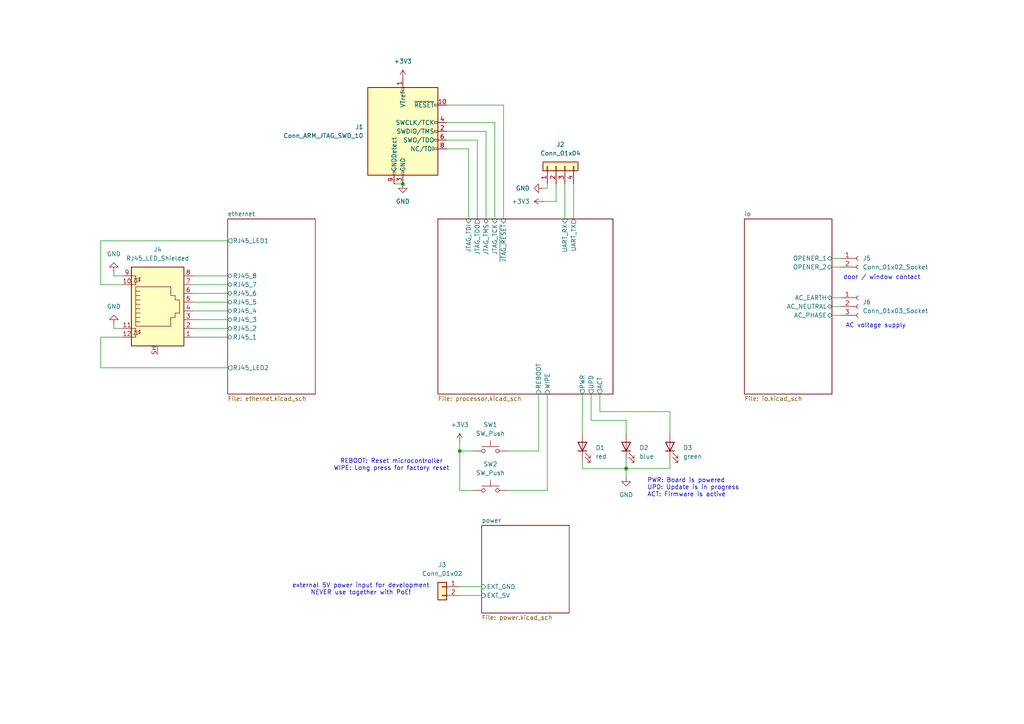
<source format=kicad_sch>
(kicad_sch (version 20231120) (generator "eeschema") (generator_version "8.0")
  (paper "A4")
  (lib_symbols
    (symbol "Connector:Conn_01x02_Socket" (pin_names (offset 1.016) hide)
      (property "Reference" "J" (at 0 2.54 0))
      (property "Value" "Conn_01x02_Socket" (at 0 -5.08 0))
      (symbol "Conn_01x02_Socket_1_1"
        (arc (start 0 -2.032) (mid -0.5058 -2.54) (end 0 -3.048) (stroke (width 0.1524)))
        (polyline (pts (xy -1.27 -2.54) (xy -0.508 -2.54)) (stroke (width 0.1524)))
        (polyline (pts (xy -1.27 0) (xy -0.508 0)) (stroke (width 0.1524)))
        (arc (start 0 0.508) (mid -0.5058 0) (end 0 -0.508) (stroke (width 0.1524)))
        (pin passive line (at -5.08 0 0) (length 3.81) (name "Pin_1") (number "1"))
        (pin passive line (at -5.08 -2.54 0) (length 3.81) (name "Pin_2") (number "2"))
      )
    )
    (symbol "Connector:Conn_01x03_Socket" (pin_names (offset 1.016) hide)
      (property "Reference" "J" (at 0 5.08 0))
      (property "Value" "Conn_01x03_Socket" (at 0 -5.08 0))
      (symbol "Conn_01x03_Socket_1_1"
        (arc (start 0 -2.032) (mid -0.5058 -2.54) (end 0 -3.048) (stroke (width 0.1524)))
        (polyline (pts (xy -1.27 -2.54) (xy -0.508 -2.54)) (stroke (width 0.1524)))
        (polyline (pts (xy -1.27 0) (xy -0.508 0)) (stroke (width 0.1524)))
        (polyline (pts (xy -1.27 2.54) (xy -0.508 2.54)) (stroke (width 0.1524)))
        (arc (start 0 0.508) (mid -0.5058 0) (end 0 -0.508) (stroke (width 0.1524)))
        (arc (start 0 3.048) (mid -0.5058 2.54) (end 0 2.032) (stroke (width 0.1524)))
        (pin passive line (at -5.08 2.54 0) (length 3.81) (name "Pin_1") (number "1"))
        (pin passive line (at -5.08 0 0) (length 3.81) (name "Pin_2") (number "2"))
        (pin passive line (at -5.08 -2.54 0) (length 3.81) (name "Pin_3") (number "3"))
      )
    )
    (symbol "Connector:Conn_ARM_JTAG_SWD_10" (pin_names (offset 1.016))
      (property "Reference" "J" (at -2.54 16.51 0))
      (property "Value" "Conn_ARM_JTAG_SWD_10" (at -2.54 13.97 0))
      (symbol "Conn_ARM_JTAG_SWD_10_0_1"
        (rectangle (start -10.16 12.7) (end 10.16 -12.7) (stroke (width 0.254)) (fill (type background)))
        (rectangle (start -2.794 -12.7) (end -2.286 -11.684))
        (rectangle (start -0.254 -12.7) (end 0.254 -11.684))
        (rectangle (start -0.254 12.7) (end 0.254 11.684))
        (rectangle (start 9.144 2.286) (end 10.16 2.794))
        (rectangle (start 10.16 -2.794) (end 9.144 -2.286))
        (rectangle (start 10.16 -0.254) (end 9.144 0.254))
        (rectangle (start 10.16 7.874) (end 9.144 7.366))
      )
      (symbol "Conn_ARM_JTAG_SWD_10_1_1"
        (rectangle (start 9.144 -5.334) (end 10.16 -4.826))
        (pin power_in line (at 0 15.24 270) (length 2.54) (name "VTref") (number "1"))
        (pin open_collector line (at 12.7 7.62 180) (length 2.54) (name "~{RESET}") (number "10"))
        (pin bidirectional line (at 12.7 0 180) (length 2.54) (name "SWDIO/TMS") (number "2"))
        (pin power_in line (at 0 -15.24 90) (length 2.54) (name "GND") (number "3"))
        (pin output line (at 12.7 2.54 180) (length 2.54) (name "SWCLK/TCK") (number "4"))
        (pin passive line (at 0 -15.24 90) (length 2.54) hide (name "GND") (number "5"))
        (pin input line (at 12.7 -2.54 180) (length 2.54) (name "SWO/TDO") (number "6"))
        (pin no_connect line (at -10.16 0 0) (length 2.54) hide (name "KEY") (number "7"))
        (pin output line (at 12.7 -5.08 180) (length 2.54) (name "NC/TDI") (number "8"))
        (pin passive line (at -2.54 -15.24 90) (length 2.54) (name "GNDDetect") (number "9"))
      )
    )
    (symbol "Connector:RJ45_LED_Shielded" (pin_names (offset 1.016))
      (property "Reference" "J" (at -5.08 13.97 0))
      (property "Value" "RJ45_LED_Shielded" (at 1.27 13.97 0))
      (symbol "RJ45_LED_Shielded_0_1"
        (polyline (pts (xy -7.62 -7.62) (xy -6.35 -7.62)))
        (polyline (pts (xy -7.62 -5.08) (xy -6.35 -5.08)))
        (polyline (pts (xy -7.62 7.62) (xy -6.35 7.62)))
        (polyline (pts (xy -7.62 10.16) (xy -6.35 10.16)))
        (polyline (pts (xy -6.858 -5.842) (xy -5.842 -5.842)))
        (polyline (pts (xy -6.858 9.398) (xy -5.842 9.398)))
        (polyline (pts (xy -6.35 -7.62) (xy -6.35 -6.858)))
        (polyline (pts (xy -6.35 -5.08) (xy -6.35 -5.842)))
        (polyline (pts (xy -6.35 7.62) (xy -6.35 8.382)))
        (polyline (pts (xy -6.35 10.16) (xy -6.35 9.398)))
        (polyline (pts (xy -5.08 -6.223) (xy -5.207 -6.604)))
        (polyline (pts (xy -5.08 -5.588) (xy -5.207 -5.969)))
        (polyline (pts (xy -5.08 4.445) (xy -6.35 4.445)))
        (polyline (pts (xy -5.08 5.715) (xy -6.35 5.715)))
        (polyline (pts (xy -5.08 9.017) (xy -5.207 8.636)))
        (polyline (pts (xy -5.08 9.652) (xy -5.207 9.271)))
        (polyline (pts (xy -6.35 -3.175) (xy -5.08 -3.175) (xy -5.08 -3.175)))
        (polyline (pts (xy -6.35 -1.905) (xy -5.08 -1.905) (xy -5.08 -1.905)))
        (polyline (pts (xy -6.35 -0.635) (xy -5.08 -0.635) (xy -5.08 -0.635)))
        (polyline (pts (xy -6.35 0.635) (xy -5.08 0.635) (xy -5.08 0.635)))
        (polyline (pts (xy -6.35 1.905) (xy -5.08 1.905) (xy -5.08 1.905)))
        (polyline (pts (xy -5.588 -6.731) (xy -5.08 -6.223) (xy -5.461 -6.35)))
        (polyline (pts (xy -5.588 -6.096) (xy -5.08 -5.588) (xy -5.461 -5.715)))
        (polyline (pts (xy -5.588 8.509) (xy -5.08 9.017) (xy -5.461 8.89)))
        (polyline (pts (xy -5.588 9.144) (xy -5.08 9.652) (xy -5.461 9.525)))
        (polyline (pts (xy -5.08 3.175) (xy -6.35 3.175) (xy -6.35 3.175)))
        (polyline (pts (xy -6.35 -5.842) (xy -6.858 -6.858) (xy -5.842 -6.858) (xy -6.35 -5.842)))
        (polyline (pts (xy -6.35 9.398) (xy -6.858 8.382) (xy -5.842 8.382) (xy -6.35 9.398)))
        (polyline (pts (xy -6.35 -4.445) (xy -6.35 6.985) (xy 3.81 6.985) (xy 3.81 4.445) (xy 5.08 4.445) (xy 5.08 3.175) (xy 6.35 3.175) (xy 6.35 -0.635) (xy 5.08 -0.635) (xy 5.08 -1.905) (xy 3.81 -1.905) (xy 3.81 -4.445) (xy -6.35 -4.445) (xy -6.35 -4.445)))
        (rectangle (start 7.62 12.7) (end -7.62 -10.16) (stroke (width 0.254)) (fill (type background)))
      )
      (symbol "RJ45_LED_Shielded_1_1"
        (pin passive line (at 10.16 -7.62 180) (length 2.54) (name "~") (number "1"))
        (pin passive line (at -10.16 7.62 0) (length 2.54) (name "~") (number "10"))
        (pin passive line (at -10.16 -5.08 0) (length 2.54) (name "~") (number "11"))
        (pin passive line (at -10.16 -7.62 0) (length 2.54) (name "~") (number "12"))
        (pin passive line (at 10.16 -5.08 180) (length 2.54) (name "~") (number "2"))
        (pin passive line (at 10.16 -2.54 180) (length 2.54) (name "~") (number "3"))
        (pin passive line (at 10.16 0 180) (length 2.54) (name "~") (number "4"))
        (pin passive line (at 10.16 2.54 180) (length 2.54) (name "~") (number "5"))
        (pin passive line (at 10.16 5.08 180) (length 2.54) (name "~") (number "6"))
        (pin passive line (at 10.16 7.62 180) (length 2.54) (name "~") (number "7"))
        (pin passive line (at 10.16 10.16 180) (length 2.54) (name "~") (number "8"))
        (pin passive line (at -10.16 10.16 0) (length 2.54) (name "~") (number "9"))
        (pin passive line (at 0 -12.7 90) (length 2.54) (name "~") (number "SH"))
      )
    )
    (symbol "Connector_Generic:Conn_01x02" (pin_names (offset 1.016) hide)
      (property "Reference" "J" (at 0 2.54 0))
      (property "Value" "Conn_01x02" (at 0 -5.08 0))
      (symbol "Conn_01x02_1_1"
        (rectangle (start -1.27 -2.413) (end 0 -2.667) (stroke (width 0.1524)))
        (rectangle (start -1.27 0.127) (end 0 -0.127) (stroke (width 0.1524)))
        (rectangle (start -1.27 1.27) (end 1.27 -3.81) (stroke (width 0.254)) (fill (type background)))
        (pin passive line (at -5.08 0 0) (length 3.81) (name "Pin_1") (number "1"))
        (pin passive line (at -5.08 -2.54 0) (length 3.81) (name "Pin_2") (number "2"))
      )
    )
    (symbol "Connector_Generic:Conn_01x04" (pin_names (offset 1.016) hide)
      (property "Reference" "J" (at 0 5.08 0))
      (property "Value" "Conn_01x04" (at 0 -7.62 0))
      (symbol "Conn_01x04_1_1"
        (rectangle (start -1.27 -4.953) (end 0 -5.207) (stroke (width 0.1524)))
        (rectangle (start -1.27 -2.413) (end 0 -2.667) (stroke (width 0.1524)))
        (rectangle (start -1.27 0.127) (end 0 -0.127) (stroke (width 0.1524)))
        (rectangle (start -1.27 2.667) (end 0 2.413) (stroke (width 0.1524)))
        (rectangle (start -1.27 3.81) (end 1.27 -6.35) (stroke (width 0.254)) (fill (type background)))
        (pin passive line (at -5.08 2.54 0) (length 3.81) (name "Pin_1") (number "1"))
        (pin passive line (at -5.08 0 0) (length 3.81) (name "Pin_2") (number "2"))
        (pin passive line (at -5.08 -2.54 0) (length 3.81) (name "Pin_3") (number "3"))
        (pin passive line (at -5.08 -5.08 0) (length 3.81) (name "Pin_4") (number "4"))
      )
    )
    (symbol "Device:LED" (pin_numbers hide) (pin_names (offset 1.016) hide)
      (property "Reference" "D" (at 0 2.54 0))
      (property "Value" "LED" (at 0 -2.54 0))
      (symbol "LED_0_1"
        (polyline (pts (xy -1.27 -1.27) (xy -1.27 1.27)) (stroke (width 0.254)))
        (polyline (pts (xy -1.27 0) (xy 1.27 0)))
        (polyline (pts (xy 1.27 -1.27) (xy 1.27 1.27) (xy -1.27 0) (xy 1.27 -1.27)) (stroke (width 0.254)))
        (polyline (pts (xy -3.048 -0.762) (xy -4.572 -2.286) (xy -3.81 -2.286) (xy -4.572 -2.286) (xy -4.572 -1.524)))
        (polyline (pts (xy -1.778 -0.762) (xy -3.302 -2.286) (xy -2.54 -2.286) (xy -3.302 -2.286) (xy -3.302 -1.524)))
      )
      (symbol "LED_1_1"
        (pin passive line (at -3.81 0 0) (length 2.54) (name "K") (number "1"))
        (pin passive line (at 3.81 0 180) (length 2.54) (name "A") (number "2"))
      )
    )
    (symbol "Switch:SW_Push" (pin_numbers hide) (pin_names (offset 1.016) hide)
      (property "Reference" "SW" (at 1.27 2.54 0))
      (property "Value" "SW_Push" (at 0 -1.524 0))
      (symbol "SW_Push_0_1"
        (circle (center -2.032 0) (radius 0.508))
        (polyline (pts (xy 0 1.27) (xy 0 3.048)))
        (polyline (pts (xy 2.54 1.27) (xy -2.54 1.27)))
        (circle (center 2.032 0) (radius 0.508))
        (pin passive line (at -5.08 0 0) (length 2.54) (name "1") (number "1"))
        (pin passive line (at 5.08 0 180) (length 2.54) (name "2") (number "2"))
      )
    )
    (symbol "power:+3V3" (power) (pin_numbers hide) (pin_names (offset 0) hide)
      (property "Value" "+3V3" (at 0 3.556 0))
      (symbol "+3V3_0_1"
        (polyline (pts (xy -0.762 1.27) (xy 0 2.54)))
        (polyline (pts (xy 0 0) (xy 0 2.54)))
        (polyline (pts (xy 0 2.54) (xy 0.762 1.27)))
      )
      (symbol "+3V3_1_1"
        (pin power_in line (at 0 0 90) (length 0) (name "~") (number "1"))
      )
    )
    (symbol "power:GND" (power) (pin_numbers hide) (pin_names (offset 0) hide)
      (property "Value" "GND" (at 0 -3.81 0))
      (symbol "GND_0_1"
        (polyline (pts (xy 0 0) (xy 0 -1.27) (xy 1.27 -1.27) (xy 0 -2.54) (xy -1.27 -1.27) (xy 0 -1.27)))
      )
      (symbol "GND_1_1"
        (pin power_in line (at 0 0 270) (length 0) (name "~") (number "1"))
      )
    )
  )
  (junction (at 181.61 135.89))
  (junction (at 133.35 130.81))
  (junction (at 116.84 53.34))
  (wire (pts (xy 181.61 135.89) (xy 181.61 138.43)))
  (wire (pts (xy 138.43 40.64) (xy 138.43 63.5)))
  (wire (pts (xy 29.21 82.55) (xy 35.56 82.55)))
  (wire (pts (xy 181.61 133.35) (xy 181.61 135.89)))
  (wire (pts (xy 55.88 80.01) (xy 66.04 80.01)))
  (wire (pts (xy 33.02 80.01) (xy 35.56 80.01)))
  (wire (pts (xy 161.29 58.42) (xy 157.48 58.42)))
  (wire (pts (xy 129.54 35.56) (xy 143.51 35.56)))
  (wire (pts (xy 181.61 121.92) (xy 181.61 125.73)))
  (wire (pts (xy 129.54 30.48) (xy 146.05 30.48)))
  (wire (pts (xy 146.05 30.48) (xy 146.05 63.5)))
  (wire (pts (xy 156.21 114.3) (xy 156.21 130.81)))
  (wire (pts (xy 133.35 130.81) (xy 133.35 142.24)))
  (wire (pts (xy 158.75 114.3) (xy 158.75 142.24)))
  (wire (pts (xy 55.88 85.09) (xy 66.04 85.09)))
  (wire (pts (xy 168.91 135.89) (xy 181.61 135.89)))
  (wire (pts (xy 33.02 93.98) (xy 33.02 95.25)))
  (wire (pts (xy 114.3 53.34) (xy 116.84 53.34)))
  (wire (pts (xy 168.91 114.3) (xy 168.91 125.73)))
  (wire (pts (xy 173.99 114.3) (xy 173.99 119.38)))
  (wire (pts (xy 129.54 40.64) (xy 138.43 40.64)))
  (wire (pts (xy 137.16 142.24) (xy 133.35 142.24)))
  (wire (pts (xy 157.48 54.61) (xy 158.75 54.61)))
  (wire (pts (xy 161.29 53.34) (xy 161.29 58.42)))
  (wire (pts (xy 133.35 130.81) (xy 133.35 128.27)))
  (wire (pts (xy 129.54 43.18) (xy 135.89 43.18)))
  (wire (pts (xy 241.3 74.93) (xy 243.84 74.93)))
  (wire (pts (xy 55.88 82.55) (xy 66.04 82.55)))
  (wire (pts (xy 241.3 91.44) (xy 243.84 91.44)))
  (wire (pts (xy 55.88 97.79) (xy 66.04 97.79)))
  (wire (pts (xy 158.75 54.61) (xy 158.75 53.34)))
  (wire (pts (xy 140.97 38.1) (xy 140.97 63.5)))
  (wire (pts (xy 33.02 78.74) (xy 33.02 80.01)))
  (wire (pts (xy 173.99 119.38) (xy 194.31 119.38)))
  (wire (pts (xy 194.31 119.38) (xy 194.31 125.73)))
  (wire (pts (xy 194.31 133.35) (xy 194.31 135.89)))
  (wire (pts (xy 194.31 135.89) (xy 181.61 135.89)))
  (wire (pts (xy 29.21 97.79) (xy 35.56 97.79)))
  (wire (pts (xy 168.91 133.35) (xy 168.91 135.89)))
  (wire (pts (xy 158.75 142.24) (xy 147.32 142.24)))
  (wire (pts (xy 143.51 35.56) (xy 143.51 63.5)))
  (wire (pts (xy 163.83 53.34) (xy 163.83 63.5)))
  (wire (pts (xy 171.45 114.3) (xy 171.45 121.92)))
  (wire (pts (xy 55.88 87.63) (xy 66.04 87.63)))
  (wire (pts (xy 129.54 38.1) (xy 140.97 38.1)))
  (wire (pts (xy 241.3 88.9) (xy 243.84 88.9)))
  (wire (pts (xy 135.89 43.18) (xy 135.89 63.5)))
  (wire (pts (xy 171.45 121.92) (xy 181.61 121.92)))
  (wire (pts (xy 55.88 95.25) (xy 66.04 95.25)))
  (wire (pts (xy 133.35 170.18) (xy 139.7 170.18)))
  (wire (pts (xy 137.16 130.81) (xy 133.35 130.81)))
  (wire (pts (xy 133.35 172.72) (xy 139.7 172.72)))
  (wire (pts (xy 166.37 53.34) (xy 166.37 63.5)))
  (wire (pts (xy 241.3 77.47) (xy 243.84 77.47)))
  (wire (pts (xy 29.21 69.85) (xy 29.21 82.55)))
  (wire (pts (xy 156.21 130.81) (xy 147.32 130.81)))
  (wire (pts (xy 55.88 90.17) (xy 66.04 90.17)))
  (wire (pts (xy 241.3 86.36) (xy 243.84 86.36)))
  (wire (pts (xy 33.02 95.25) (xy 35.56 95.25)))
  (wire (pts (xy 55.88 92.71) (xy 66.04 92.71)))
  (wire (pts (xy 29.21 106.68) (xy 29.21 97.79)))
  (wire (pts (xy 66.04 69.85) (xy 29.21 69.85)))
  (wire (pts (xy 66.04 106.68) (xy 29.21 106.68)))
  (text "PWR: Board is powered\nUPD: Update is in progress\nACT: Firmware is active" (at 187.706 141.478 0) (effects (font (size 1.27 1.27)) (justify left)))
  (text "REBOOT: Reset microcontroller\nWIPE: Long press for factory reset" (at 113.538 134.874 0) (effects (font (size 1.27 1.27))))
  (text "AC voltage supply" (at 254 94.488 0) (effects (font (size 1.27 1.27))))
  (text "external 5V power input for development\nNEVER use together with PoE!" (at 104.648 170.942 0) (effects (font (size 1.27 1.27))))
  (text "door / window contact" (at 255.778 80.518 0) (effects (font (size 1.27 1.27))))
  (symbol (lib_id "power:GND") (at 33.02 93.98 180) (unit 1)
    (property "Reference" "#PWR08" (effects (hide yes)))
    (property "Value" "GND" (at 33.02 88.9 0))
    (property "Description" "Power symbol creates a global label with name \"GND\" , ground" (effects (hide yes)))
  )
  (symbol (lib_id "Switch:SW_Push") (at 142.24 130.81 0) (mirror y) (unit 1)
    (property "Reference" "SW1" (at 142.24 123.19 0))
    (property "Value" "SW_Push" (at 142.24 125.73 0))
    (property "Footprint" "Button_Switch_SMD:SW_SPST_TL3305B" (effects (hide yes)))
    (property "Datasheet" "https://www.e-switch.com/wp-content/uploads/2024/08/TL3305.pdf" (effects (hide yes)))
    (property "Description" "REBOOT" (effects (hide yes)))
    (property "MPN" "TL3305BF260QG" (effects (hide yes)))
    (property "Manufacturer" "E-Switch" (effects (hide yes)))
  )
  (symbol (lib_id "Connector:RJ45_LED_Shielded") (at 45.72 90.17 0) (unit 1)
    (property "Reference" "J4" (at 45.72 72.39 0))
    (property "Value" "RJ45_LED_Shielded" (at 45.72 74.93 0))
    (property "Footprint" "Connector_RJ:RJ45_BEL_SS74301-00x_Vertical" (effects (hide yes)))
    (property "Datasheet" "https://www.cinch.com/media/datasheets/products/ethernet-usb/ds-stw-2.5g-connectors.pdf" (effects (hide yes)))
    (property "Description" "Ethernet with PoE" (effects (hide yes)))
    (property "MPN" "SS-74301-001" (effects (hide yes)))
    (property "Manufacturer" "Stewart Connector" (effects (hide yes)))
  )
  (symbol (lib_id "Switch:SW_Push") (at 142.24 142.24 0) (mirror y) (unit 1)
    (property "Reference" "SW2" (at 142.24 134.62 0))
    (property "Value" "SW_Push" (at 142.24 137.16 0))
    (property "Footprint" "Button_Switch_SMD:SW_SPST_TL3305B" (effects (hide yes)))
    (property "Datasheet" "https://www.e-switch.com/wp-content/uploads/2024/08/TL3305.pdf" (effects (hide yes)))
    (property "Description" "WIPE" (effects (hide yes)))
    (property "MPN" "TL3305BF260QG" (effects (hide yes)))
    (property "Manufacturer" "E-Switch" (effects (hide yes)))
  )
  (symbol (lib_id "Device:LED") (at 181.61 129.54 90) (unit 1)
    (property "Reference" "D2" (at 185.42 129.8574 90) (effects (justify right)))
    (property "Value" "blue" (at 185.42 132.3974 90) (effects (justify right)))
    (property "Footprint" "LED_SMD:LED_1206_3216Metric" (effects (hide yes)))
    (property "Datasheet" "https://s3-us-west-2.amazonaws.com/catsy.557/Dialight_CBI_data_598-1206_Apr2018.pdf" (effects (hide yes)))
    (property "Description" "UPD" (effects (hide yes)))
    (property "MPN" "598-8291-107F" (effects (hide yes)))
    (property "Manufacturer" "Dialight" (effects (hide yes)))
  )
  (symbol (lib_id "Connector_Generic:Conn_01x04") (at 161.29 48.26 90) (unit 1)
    (property "Reference" "J2" (at 162.56 41.91 90))
    (property "Value" "Conn_01x04" (at 162.56 44.45 90))
    (property "Footprint" "Connector_PinHeader_2.54mm:PinHeader_1x04_P2.54mm_Vertical" (effects (hide yes)))
    (property "Description" "3V3 UART" (effects (hide yes)))
  )
  (symbol (lib_id "power:+3V3") (at 133.35 128.27 0) (mirror y) (unit 1)
    (property "Reference" "#PWR04" (effects (hide yes)))
    (property "Value" "+3V3" (at 133.35 123.19 0))
    (property "Description" "Power symbol creates a global label with name \"+3V3\"" (effects (hide yes)))
  )
  (symbol (lib_id "Connector:Conn_ARM_JTAG_SWD_10") (at 116.84 38.1 0) (unit 1)
    (property "Reference" "J1" (at 105.41 36.8299 0) (effects (justify right)))
    (property "Value" "Conn_ARM_JTAG_SWD_10" (at 105.41 39.3699 0) (effects (justify right)))
    (property "Datasheet" "https://mm.digikey.com/Volume0/opasdata/d220001/medias/docus/6209/ftsh-1xx-xx-xxx-dv-xxx-xxx-x-xx-mkt.pdf" (effects (hide yes)))
    (property "Description" "JTAG" (effects (hide yes)))
    (property "MPN" "FTSH-105-01-L-DV-007-K-TR" (effects (hide yes)))
    (property "Manufacturer" "samtec" (effects (hide yes)))
  )
  (symbol (lib_id "Connector_Generic:Conn_01x02") (at 128.27 170.18 0) (mirror y) (unit 1)
    (property "Reference" "J3" (at 128.27 163.83 0))
    (property "Value" "Conn_01x02" (at 128.27 166.37 0))
    (property "Footprint" "Connector_PinHeader_2.54mm:PinHeader_1x02_P2.54mm_Vertical" (effects (hide yes)))
    (property "Description" "Non-PoE 5V power input" (effects (hide yes)))
  )
  (symbol (lib_id "power:+3V3") (at 157.48 58.42 90) (unit 1)
    (property "Reference" "#PWR06" (effects (hide yes)))
    (property "Value" "+3V3" (at 153.67 58.4199 90) (effects (justify left)))
    (property "Description" "Power symbol creates a global label with name \"+3V3\"" (effects (hide yes)))
  )
  (symbol (lib_id "Device:LED") (at 194.31 129.54 90) (unit 1)
    (property "Reference" "D3" (at 198.12 129.8574 90) (effects (justify right)))
    (property "Value" "green" (at 198.12 132.3974 90) (effects (justify right)))
    (property "Footprint" "LED_SMD:LED_1206_3216Metric" (effects (hide yes)))
    (property "Datasheet" "https://s3-us-west-2.amazonaws.com/catsy.557/Dialight_CBI_data_598-1206_Apr2018.pdf" (effects (hide yes)))
    (property "Description" "ACT" (effects (hide yes)))
    (property "MPN" "598-8270-107F" (effects (hide yes)))
    (property "Manufacturer" "Dialight" (effects (hide yes)))
  )
  (symbol (lib_id "power:GND") (at 116.84 53.34 0) (unit 1)
    (property "Reference" "#PWR02" (effects (hide yes)))
    (property "Value" "GND" (at 116.84 58.42 0))
    (property "Description" "Power symbol creates a global label with name \"GND\" , ground" (effects (hide yes)))
  )
  (symbol (lib_id "Connector:Conn_01x02_Socket") (at 248.92 74.93 0) (unit 1)
    (property "Reference" "J5" (at 250.19 74.9299 0) (effects (justify left)))
    (property "Value" "Conn_01x02_Socket" (at 250.19 77.4699 0) (effects (justify left)))
    (property "Footprint" "TerminalBlock_WAGO:TerminalBlock_WAGO_236-402_1x02_P5.00mm_45Degree" (effects (hide yes)))
    (property "Description" "door / window contact" (effects (hide yes)))
    (property "MPN" "236-402" (effects (hide yes)))
    (property "Manufacturer" "WAGO Corporation" (effects (hide yes)))
  )
  (symbol (lib_id "Connector:Conn_01x03_Socket") (at 248.92 88.9 0) (unit 1)
    (property "Reference" "J6" (at 250.19 87.6299 0) (effects (justify left)))
    (property "Value" "Conn_01x03_Socket" (at 250.19 90.1699 0) (effects (justify left)))
    (property "Footprint" "TerminalBlock_WAGO:TerminalBlock_WAGO_236-403_1x03_P5.00mm_45Degree" (effects (hide yes)))
    (property "Description" "AC input" (effects (hide yes)))
    (property "MPN" "236-403" (effects (hide yes)))
    (property "Manufacturer" "WAGO Corporation" (effects (hide yes)))
  )
  (symbol (lib_id "power:GND") (at 181.61 138.43 0) (unit 1)
    (property "Reference" "#PWR03" (effects (hide yes)))
    (property "Value" "GND" (at 181.61 143.51 0))
    (property "Description" "Power symbol creates a global label with name \"GND\" , ground" (effects (hide yes)))
  )
  (symbol (lib_id "power:GND") (at 157.48 54.61 270) (unit 1)
    (property "Reference" "#PWR05" (effects (hide yes)))
    (property "Value" "GND" (at 153.67 54.6099 90) (effects (justify right)))
    (property "Description" "Power symbol creates a global label with name \"GND\" , ground" (effects (hide yes)))
  )
  (symbol (lib_id "power:+3V3") (at 116.84 22.86 0) (unit 1)
    (property "Reference" "#PWR01" (effects (hide yes)))
    (property "Value" "+3V3" (at 116.84 17.78 0))
    (property "Description" "Power symbol creates a global label with name \"+3V3\"" (effects (hide yes)))
  )
  (symbol (lib_id "Device:LED") (at 168.91 129.54 90) (unit 1)
    (property "Reference" "D1" (at 172.72 129.8574 90) (effects (justify right)))
    (property "Value" "red" (at 172.72 132.3974 90) (effects (justify right)))
    (property "Footprint" "LED_SMD:LED_1206_3216Metric" (effects (hide yes)))
    (property "Datasheet" "https://s3-us-west-2.amazonaws.com/catsy.557/Dialight_CBI_data_598-1206_Apr2018.pdf" (effects (hide yes)))
    (property "Description" "PWR" (effects (hide yes)))
    (property "MPN" "598-8210-107F" (effects (hide yes)))
    (property "Manufacturer" "Dialight" (effects (hide yes)))
  )
  (symbol (lib_id "power:GND") (at 33.02 78.74 180) (unit 1)
    (property "Reference" "#PWR07" (effects (hide yes)))
    (property "Value" "GND" (at 33.02 73.66 0))
    (property "Description" "Power symbol creates a global label with name \"GND\" , ground" (effects (hide yes)))
  )
  (sheet (at 66.04 63.5) (size 25.4 50.8) (stroke (width 0.1524))
    (property "Sheetname" "ethernet" (at 66.04 62.7884 0) (effects (justify left bottom)))
    (property "Sheetfile" "ethernet.kicad_sch" (at 66.04 114.8846 0) (effects (justify left top)))
    (pin "RJ45_1" bidirectional (at 66.04 97.79 180))
    (pin "RJ45_2" bidirectional (at 66.04 95.25 180))
    (pin "RJ45_3" bidirectional (at 66.04 92.71 180))
    (pin "RJ45_4" bidirectional (at 66.04 90.17 180))
    (pin "RJ45_5" bidirectional (at 66.04 87.63 180))
    (pin "RJ45_6" bidirectional (at 66.04 85.09 180))
    (pin "RJ45_7" bidirectional (at 66.04 82.55 180))
    (pin "RJ45_8" bidirectional (at 66.04 80.01 180))
    (pin "RJ45_LED1" output (at 66.04 69.85 180))
    (pin "RJ45_LED2" output (at 66.04 106.68 180))
  )
  (sheet (at 215.9 63.5) (size 25.4 50.8) (stroke (width 0.1524))
    (property "Sheetname" "io" (at 215.9 62.7884 0) (effects (justify left bottom)))
    (property "Sheetfile" "io.kicad_sch" (at 215.9 114.8846 0) (effects (justify left top)))
    (pin "OPENER_1" bidirectional (at 241.3 74.93 0))
    (pin "OPENER_2" bidirectional (at 241.3 77.47 0))
    (pin "AC_EARTH" bidirectional (at 241.3 86.36 0))
    (pin "AC_NEUTRAL" bidirectional (at 241.3 88.9 0))
    (pin "AC_PHASE" bidirectional (at 241.3 91.44 0))
  )
  (sheet (at 127 63.5) (size 50.8 50.8) (stroke (width 0.1524))
    (property "Sheetname" "processor" (effects (hide yes)))
    (property "Sheetfile" "processor.kicad_sch" (at 127 114.8846 0) (effects (justify left top)))
    (pin "REBOOT" input (at 156.21 114.3 270))
    (pin "WIPE" input (at 158.75 114.3 270))
    (pin "PWR" output (at 168.91 114.3 270))
    (pin "UPD" output (at 171.45 114.3 270))
    (pin "ACT" output (at 173.99 114.3 270))
    (pin "JTAG_TDI" input (at 135.89 63.5 90))
    (pin "JTAG_TDO" output (at 138.43 63.5 90))
    (pin "~{JTAG_RESET}" input (at 146.05 63.5 90))
    (pin "JTAG_TMS" bidirectional (at 140.97 63.5 90))
    (pin "JTAG_TCK" input (at 143.51 63.5 90))
    (pin "UART_RX" input (at 163.83 63.5 90))
    (pin "UART_TX" output (at 166.37 63.5 90))
  )
  (sheet (at 139.7 152.4) (size 25.4 25.4) (stroke (width 0.1524))
    (property "Sheetname" "power" (at 139.7 151.6884 0) (effects (justify left bottom)))
    (property "Sheetfile" "power.kicad_sch" (at 139.7 178.3846 0) (effects (justify left top)))
    (pin "EXT_5V" input (at 139.7 172.72 180))
    (pin "EXT_GND" input (at 139.7 170.18 180))
  )
)
</source>
